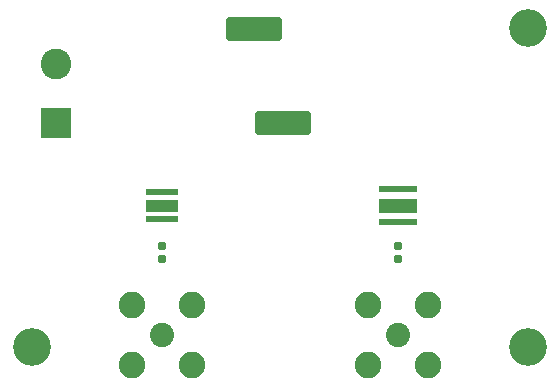
<source format=gbr>
%TF.GenerationSoftware,KiCad,Pcbnew,8.0.2*%
%TF.CreationDate,2025-01-11T01:21:35-03:00*%
%TF.ProjectId,LED,4c45442e-6b69-4636-9164-5f7063625858,rev?*%
%TF.SameCoordinates,Original*%
%TF.FileFunction,Soldermask,Top*%
%TF.FilePolarity,Negative*%
%FSLAX46Y46*%
G04 Gerber Fmt 4.6, Leading zero omitted, Abs format (unit mm)*
G04 Created by KiCad (PCBNEW 8.0.2) date 2025-01-11 01:21:35*
%MOMM*%
%LPD*%
G01*
G04 APERTURE LIST*
G04 Aperture macros list*
%AMRoundRect*
0 Rectangle with rounded corners*
0 $1 Rounding radius*
0 $2 $3 $4 $5 $6 $7 $8 $9 X,Y pos of 4 corners*
0 Add a 4 corners polygon primitive as box body*
4,1,4,$2,$3,$4,$5,$6,$7,$8,$9,$2,$3,0*
0 Add four circle primitives for the rounded corners*
1,1,$1+$1,$2,$3*
1,1,$1+$1,$4,$5*
1,1,$1+$1,$6,$7*
1,1,$1+$1,$8,$9*
0 Add four rect primitives between the rounded corners*
20,1,$1+$1,$2,$3,$4,$5,0*
20,1,$1+$1,$4,$5,$6,$7,0*
20,1,$1+$1,$6,$7,$8,$9,0*
20,1,$1+$1,$8,$9,$2,$3,0*%
G04 Aperture macros list end*
%ADD10C,3.200000*%
%ADD11R,2.800000X0.550000*%
%ADD12R,2.800000X1.000000*%
%ADD13RoundRect,0.250000X-2.100000X0.770000X-2.100000X-0.770000X2.100000X-0.770000X2.100000X0.770000X0*%
%ADD14RoundRect,0.155000X0.155000X-0.212500X0.155000X0.212500X-0.155000X0.212500X-0.155000X-0.212500X0*%
%ADD15R,3.302000X0.508000*%
%ADD16R,3.302000X1.295400*%
%ADD17R,2.600000X2.600000*%
%ADD18C,2.600000*%
%ADD19C,2.050000*%
%ADD20C,2.250000*%
G04 APERTURE END LIST*
D10*
%TO.C,H3*%
X181000000Y-116000000D03*
%TD*%
D11*
%TO.C,LED1*%
X150000000Y-102875000D03*
D12*
X150000000Y-104000000D03*
D11*
X150000000Y-105125000D03*
%TD*%
D13*
%TO.C,L1*%
X160210000Y-96980000D03*
X157790000Y-89020000D03*
%TD*%
D10*
%TO.C,H1*%
X181000000Y-89000000D03*
%TD*%
%TO.C,H2*%
X139000000Y-116000000D03*
%TD*%
D14*
%TO.C,C2*%
X150000000Y-108567500D03*
X150000000Y-107432500D03*
%TD*%
D15*
%TO.C,LED2*%
X170000000Y-102603000D03*
D16*
X170000000Y-104000000D03*
D15*
X170000000Y-105397000D03*
%TD*%
D14*
%TO.C,C1*%
X170000000Y-108567500D03*
X170000000Y-107432500D03*
%TD*%
D17*
%TO.C,J3*%
X141000000Y-97000000D03*
D18*
X141000000Y-92000000D03*
%TD*%
D19*
%TO.C,J2*%
X150000000Y-115000000D03*
D20*
X152540000Y-117540000D03*
X147460000Y-117540000D03*
X152540000Y-112460000D03*
X147460000Y-112460000D03*
%TD*%
D19*
%TO.C,J1*%
X170000000Y-115000000D03*
D20*
X172540000Y-117540000D03*
X167460000Y-117540000D03*
X172540000Y-112460000D03*
X167460000Y-112460000D03*
%TD*%
M02*

</source>
